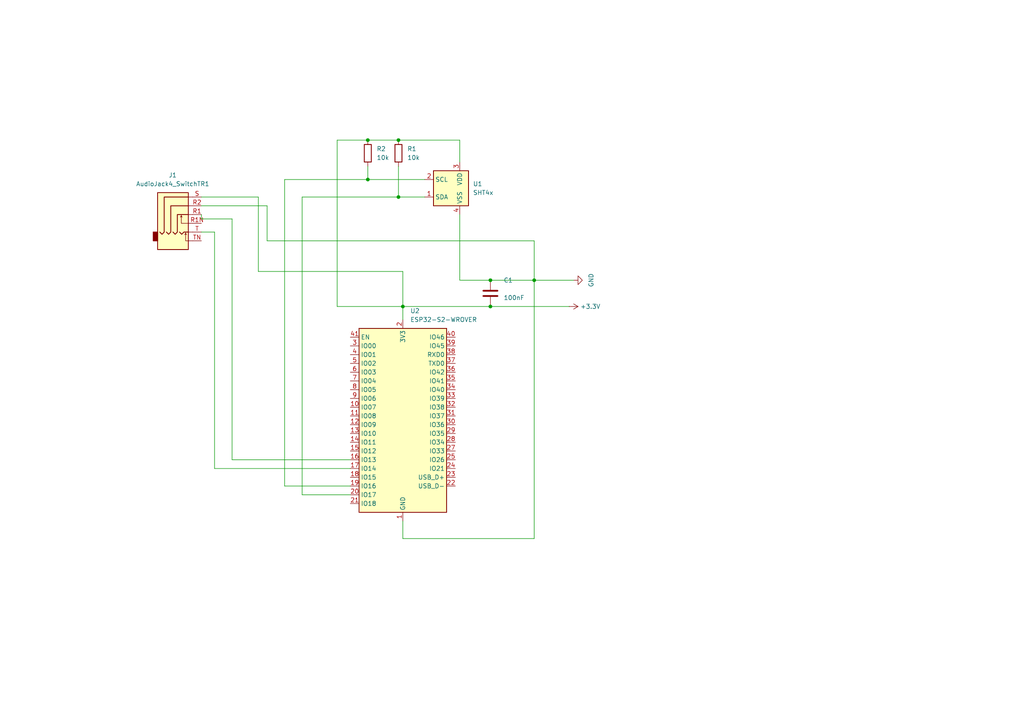
<source format=kicad_sch>
(kicad_sch (version 20250114) (generator "eeschema") (generator_version "9.0")
  (paper "A4")
  (title_block (title "AC Infinity Controller 69 pro SHT45") (date "2026-02-22") (company "Dubtil"))
  (lib_symbols
    (symbol "Connector_Audio:AudioJack4_SwitchTR1"
      (property "Reference" "J" (at 0 11.43 0))
      (property "Value" "AudioJack4_SwitchTR1" (at 0 8.89 0))
      (symbol "AudioJack4_SwitchTR1_0_1"
        (rectangle (start -7.62 -5.08) (end -8.89 -7.62) (stroke (width 0.254)) (fill (type outline)))
        (rectangle (start 1.27 6.35) (end -7.62 -10.16) (stroke (width 0.254)) (fill (type background)))
        (polyline (pts (xy 1.27 2.54) (xy 2.54 2.54)))
        (polyline (pts (xy 1.27 -5.08) (xy 2.54 -5.08)))
        (polyline (pts (xy 2.54 5.08) (xy 1.27 5.08)))
        (polyline (pts (xy 2.54 0) (xy 1.27 0)))
      )
      (symbol "AudioJack4_SwitchTR1_1_1"
        (polyline (pts (xy -3.175 -5.08) (xy -2.54 -5.715) (xy -1.905 -5.08) (xy -1.905 0) (xy 1.27 0)) (stroke (width 0.254)))
        (polyline (pts (xy -1.27 -5.08) (xy -0.635 -5.715) (xy 0 -5.08) (xy 1.27 -5.08)) (stroke (width 0.254)))
        (polyline (pts (xy -0.762 -0.254) (xy -0.508 -0.762)))
        (polyline (pts (xy 0.508 -5.334) (xy 0.762 -5.842)))
        (polyline (pts (xy 1.27 5.08) (xy -5.715 5.08) (xy -5.715 -5.08) (xy -6.35 -5.715) (xy -6.985 -5.08)) (stroke (width 0.254)))
        (polyline (pts (xy 1.27 2.54) (xy -3.81 2.54) (xy -3.81 -5.08) (xy -4.445 -5.715) (xy -5.08 -5.08)) (stroke (width 0.254)))
        (polyline (pts (xy 2.54 -2.54) (xy -0.762 -2.54) (xy -0.762 -0.254) (xy -1.016 -0.762)))
        (polyline (pts (xy 2.54 -7.62) (xy 0.508 -7.62) (xy 0.508 -5.334) (xy 0.254 -5.842)))
        (pin passive line (at 5.08 5.08 180) (length 2.54) (name "~") (number "S"))
        (pin passive line (at 5.08 2.54 180) (length 2.54) (name "~") (number "R2"))
        (pin passive line (at 5.08 0 180) (length 2.54) (name "~") (number "R1"))
        (pin passive line (at 5.08 -2.54 180) (length 2.54) (name "~") (number "R1N"))
        (pin passive line (at 5.08 -5.08 180) (length 2.54) (name "~") (number "T"))
        (pin passive line (at 5.08 -7.62 180) (length 2.54) (name "~") (number "TN"))
      )
    )
    (symbol "Device:C" (pin_numbers (hide yes)) (pin_names (offset 0.254))
      (property "Reference" "C" (at 0.635 2.54 0))
      (property "Value" "C" (at 0.635 -2.54 0))
      (symbol "C_0_1"
        (polyline (pts (xy -2.032 0.762) (xy 2.032 0.762)) (stroke (width 0.508)))
        (polyline (pts (xy -2.032 -0.762) (xy 2.032 -0.762)) (stroke (width 0.508)))
      )
      (symbol "C_1_1"
        (pin passive line (at 0 3.81 270) (length 2.794) (name "~") (number "1"))
        (pin passive line (at 0 -3.81 90) (length 2.794) (name "~") (number "2"))
      )
    )
    (symbol "Device:R" (pin_numbers (hide yes)) (pin_names (offset 0))
      (property "Reference" "R" (at 2.032 0 90))
      (property "Value" "R" (at 0 0 90))
      (symbol "R_0_1"
        (rectangle (start -1.016 -2.54) (end 1.016 2.54) (stroke (width 0.254)))
      )
      (symbol "R_1_1"
        (pin passive line (at 0 3.81 270) (length 1.27) (name "~") (number "1"))
        (pin passive line (at 0 -3.81 90) (length 1.27) (name "~") (number "2"))
      )
    )
    (symbol "RF_Module:ESP32-S2-WROVER"
      (property "Reference" "U" (at -12.7 29.21 0))
      (property "Value" "ESP32-S2-WROVER" (at 2.54 29.21 0))
      (symbol "ESP32-S2-WROVER_0_1"
        (rectangle (start -12.7 27.94) (end 12.7 -25.4) (stroke (width 0.254)) (fill (type background)))
      )
      (symbol "ESP32-S2-WROVER_1_1"
        (pin input line (at -15.24 25.4 0) (length 2.54) (name "EN") (number "41"))
        (pin bidirectional line (at -15.24 22.86 0) (length 2.54) (name "IO00") (number "3"))
        (pin bidirectional line (at -15.24 20.32 0) (length 2.54) (name "IO01") (number "4"))
        (pin bidirectional line (at -15.24 17.78 0) (length 2.54) (name "IO02") (number "5"))
        (pin bidirectional line (at -15.24 15.24 0) (length 2.54) (name "IO03") (number "6"))
        (pin bidirectional line (at -15.24 12.7 0) (length 2.54) (name "IO04") (number "7"))
        (pin bidirectional line (at -15.24 10.16 0) (length 2.54) (name "IO05") (number "8"))
        (pin bidirectional line (at -15.24 7.62 0) (length 2.54) (name "IO06") (number "9"))
        (pin bidirectional line (at -15.24 5.08 0) (length 2.54) (name "IO07") (number "10"))
        (pin bidirectional line (at -15.24 2.54 0) (length 2.54) (name "IO08") (number "11"))
        (pin bidirectional line (at -15.24 0 0) (length 2.54) (name "IO09") (number "12"))
        (pin bidirectional line (at -15.24 -2.54 0) (length 2.54) (name "IO10") (number "13"))
        (pin bidirectional line (at -15.24 -5.08 0) (length 2.54) (name "IO11") (number "14"))
        (pin bidirectional line (at -15.24 -7.62 0) (length 2.54) (name "IO12") (number "15"))
        (pin bidirectional line (at -15.24 -10.16 0) (length 2.54) (name "IO13") (number "16"))
        (pin bidirectional line (at -15.24 -12.7 0) (length 2.54) (name "IO14") (number "17"))
        (pin bidirectional line (at -15.24 -15.24 0) (length 2.54) (name "IO15") (number "18"))
        (pin bidirectional line (at -15.24 -17.78 0) (length 2.54) (name "IO16") (number "19"))
        (pin bidirectional line (at -15.24 -20.32 0) (length 2.54) (name "IO17") (number "20"))
        (pin bidirectional line (at -15.24 -22.86 0) (length 2.54) (name "IO18") (number "21"))
        (pin power_in line (at 0 30.48 270) (length 2.54) (name "3V3") (number "2"))
        (pin power_in line (at 0 -27.94 90) (length 2.54) (name "GND") (number "1"))
        (pin passive line (at 0 -27.94 90) (length 2.54) (hide yes) (name "GND") (number "26"))
        (pin passive line (at 0 -27.94 90) (length 2.54) (hide yes) (name "GND") (number "42"))
        (pin passive line (at 0 -27.94 90) (length 2.54) (hide yes) (name "GND") (number "43"))
        (pin input line (at 15.24 25.4 180) (length 2.54) (name "IO46") (number "40"))
        (pin bidirectional line (at 15.24 22.86 180) (length 2.54) (name "IO45") (number "39"))
        (pin bidirectional line (at 15.24 20.32 180) (length 2.54) (name "RXD0") (number "38"))
        (pin bidirectional line (at 15.24 17.78 180) (length 2.54) (name "TXD0") (number "37"))
        (pin bidirectional line (at 15.24 15.24 180) (length 2.54) (name "IO42") (number "36"))
        (pin bidirectional line (at 15.24 12.7 180) (length 2.54) (name "IO41") (number "35"))
        (pin bidirectional line (at 15.24 10.16 180) (length 2.54) (name "IO40") (number "34"))
        (pin bidirectional line (at 15.24 7.62 180) (length 2.54) (name "IO39") (number "33"))
        (pin bidirectional line (at 15.24 5.08 180) (length 2.54) (name "IO38") (number "32"))
        (pin bidirectional line (at 15.24 2.54 180) (length 2.54) (name "IO37") (number "31"))
        (pin bidirectional line (at 15.24 0 180) (length 2.54) (name "IO36") (number "30"))
        (pin bidirectional line (at 15.24 -2.54 180) (length 2.54) (name "IO35") (number "29"))
        (pin bidirectional line (at 15.24 -5.08 180) (length 2.54) (name "IO34") (number "28"))
        (pin bidirectional line (at 15.24 -7.62 180) (length 2.54) (name "IO33") (number "27"))
        (pin bidirectional line (at 15.24 -10.16 180) (length 2.54) (name "IO26") (number "25"))
        (pin bidirectional line (at 15.24 -12.7 180) (length 2.54) (name "IO21") (number "24"))
        (pin bidirectional line (at 15.24 -15.24 180) (length 2.54) (name "USB_D+") (number "23"))
        (pin bidirectional line (at 15.24 -17.78 180) (length 2.54) (name "USB_D-") (number "22"))
      )
    )
    (symbol "Sensor_Humidity:SHT4x"
      (property "Reference" "U" (at 0 8.89 0))
      (property "Value" "SHT4x" (at 0 6.35 0))
      (symbol "SHT4x_1_1"
        (rectangle (start -5.08 5.08) (end 5.08 -5.08) (stroke (width 0.254)) (fill (type background)))
        (pin input line (at -7.62 2.54 0) (length 2.54) (name "SCL") (number "2"))
        (pin bidirectional line (at -7.62 -2.54 0) (length 2.54) (name "SDA") (number "1"))
        (pin power_in line (at 2.54 7.62 270) (length 2.54) (name "VDD") (number "3"))
        (pin power_in line (at 2.54 -7.62 90) (length 2.54) (name "VSS") (number "4"))
      )
    )
    (symbol "power:+3.3V" (power) (pin_numbers (hide yes)) (pin_names (offset 0) (hide yes))
      (property "Value" "+3.3V" (at 0 3.556 0))
      (symbol "+3.3V_0_1"
        (polyline (pts (xy -0.762 1.27) (xy 0 2.54)))
        (polyline (pts (xy 0 2.54) (xy 0.762 1.27)))
        (polyline (pts (xy 0 0) (xy 0 2.54)))
      )
      (symbol "+3.3V_1_1"
        (pin power_in line (at 0 0 90) (length 0) (name "~") (number "1"))
      )
    )
    (symbol "power:GND" (power) (pin_numbers (hide yes)) (pin_names (offset 0) (hide yes))
      (property "Value" "GND" (at 0 -3.81 0))
      (symbol "GND_0_1"
        (polyline (pts (xy 0 0) (xy 0 -1.27) (xy 1.27 -1.27) (xy 0 -2.54) (xy -1.27 -1.27) (xy 0 -1.27)))
      )
      (symbol "GND_1_1"
        (pin power_in line (at 0 0 270) (length 0) (name "~") (number "1"))
      )
    )
  )
  (junction (at 106.68 40.64))
  (junction (at 142.24 88.9))
  (junction (at 106.68 52.07))
  (junction (at 154.94 81.28))
  (junction (at 115.57 57.15))
  (junction (at 115.57 40.64))
  (junction (at 116.84 88.9))
  (junction (at 142.24 81.28))
  (wire (pts (xy 142.24 88.9) (xy 165.1 88.9)))
  (wire (pts (xy 67.31 133.35) (xy 101.6 133.35)))
  (wire (pts (xy 116.84 92.71) (xy 116.84 88.9)))
  (wire (pts (xy 133.35 81.28) (xy 142.24 81.28)))
  (wire (pts (xy 82.55 52.07) (xy 82.55 140.97)))
  (wire (pts (xy 87.63 143.51) (xy 101.6 143.51)))
  (wire (pts (xy 116.84 151.13) (xy 116.84 156.21)))
  (wire (pts (xy 106.68 52.07) (xy 82.55 52.07)))
  (wire (pts (xy 67.31 63.5) (xy 58.42 63.5)))
  (wire (pts (xy 97.79 88.9) (xy 116.84 88.9)))
  (wire (pts (xy 116.84 156.21) (xy 154.94 156.21)))
  (wire (pts (xy 87.63 57.15) (xy 115.57 57.15)))
  (wire (pts (xy 62.23 67.31) (xy 62.23 135.89)))
  (wire (pts (xy 74.93 57.15) (xy 74.93 78.74)))
  (wire (pts (xy 77.47 69.85) (xy 154.94 69.85)))
  (wire (pts (xy 97.79 40.64) (xy 106.68 40.64)))
  (wire (pts (xy 133.35 62.23) (xy 133.35 81.28)))
  (wire (pts (xy 115.57 40.64) (xy 133.35 40.64)))
  (wire (pts (xy 62.23 135.89) (xy 101.6 135.89)))
  (wire (pts (xy 116.84 78.74) (xy 116.84 88.9)))
  (wire (pts (xy 123.19 57.15) (xy 115.57 57.15)))
  (wire (pts (xy 67.31 63.5) (xy 67.31 133.35)))
  (wire (pts (xy 154.94 156.21) (xy 154.94 81.28)))
  (wire (pts (xy 123.19 52.07) (xy 106.68 52.07)))
  (wire (pts (xy 115.57 48.26) (xy 115.57 57.15)))
  (wire (pts (xy 154.94 69.85) (xy 154.94 81.28)))
  (wire (pts (xy 74.93 78.74) (xy 116.84 78.74)))
  (wire (pts (xy 62.23 67.31) (xy 58.42 67.31)))
  (wire (pts (xy 142.24 81.28) (xy 154.94 81.28)))
  (wire (pts (xy 58.42 63.5) (xy 58.42 62.23)))
  (wire (pts (xy 154.94 81.28) (xy 166.37 81.28)))
  (wire (pts (xy 58.42 57.15) (xy 74.93 57.15)))
  (wire (pts (xy 58.42 59.69) (xy 77.47 59.69)))
  (wire (pts (xy 133.35 46.99) (xy 133.35 40.64)))
  (wire (pts (xy 106.68 40.64) (xy 115.57 40.64)))
  (wire (pts (xy 77.47 59.69) (xy 77.47 69.85)))
  (wire (pts (xy 82.55 140.97) (xy 101.6 140.97)))
  (wire (pts (xy 106.68 48.26) (xy 106.68 52.07)))
  (wire (pts (xy 87.63 57.15) (xy 87.63 143.51)))
  (wire (pts (xy 116.84 88.9) (xy 142.24 88.9)))
  (wire (pts (xy 97.79 40.64) (xy 97.79 88.9)))
  (symbol (lib_id "RF_Module:ESP32-S2-WROVER") (at 116.84 123.19 0) (unit 1)
    (property "Reference" "U2" (at 118.9833 90.17 0) (effects (justify left)))
    (property "Value" "ESP32-S2-WROVER" (at 118.9833 92.71 0) (effects (justify left)))
    (property "Footprint" "RF_Module:ESP32-S2-WROVER" (effects (hide yes)))
    (property "Datasheet" "https://www.espressif.com/sites/default/files/documentation/esp32-s2-wroom_esp32-s2-wroom-i_datasheet_en.pdf" (effects (hide yes)))
    (property "Description" "RF Module, ESP32-D0WDQ6 SoC, Wi-Fi 802.11b/g/n, 32-bit, 2.7-3.6V, onboard antenna, SMD" (effects (hide yes)))
  )
  (symbol (lib_id "Device:R") (at 115.57 44.45 0) (unit 1)
    (property "Reference" "R1" (at 118.11 43.1799 0) (effects (justify left)))
    (property "Value" "10k" (at 118.11 45.7199 0) (effects (justify left)))
    (property "Description" "Resistor" (effects (hide yes)))
  )
  (symbol (lib_id "Device:R") (at 106.68 44.45 0) (unit 1)
    (property "Reference" "R2" (at 109.22 43.1799 0) (effects (justify left)))
    (property "Value" "10k" (at 109.22 45.7199 0) (effects (justify left)))
    (property "Description" "Resistor" (effects (hide yes)))
  )
  (symbol (lib_id "Sensor_Humidity:SHT4x") (at 130.81 54.61 0) (unit 1)
    (property "Reference" "U1" (at 137.16 53.3399 0) (effects (justify left)))
    (property "Value" "SHT4x" (at 137.16 55.8799 0) (effects (justify left)))
    (property "Footprint" "Sensor_Humidity:Sensirion_DFN-4_1.5x1.5mm_P0.8mm_SHT4x_NoCentralPad" (effects (hide yes)))
    (property "Datasheet" "https://sensirion.com/media/documents/33FD6951/624C4357/Datasheet_SHT4x.pdf" (effects (hide yes)))
    (property "Description" "Digital Humidity and Temperature Sensor, ±1%RH, ±0.1°C, I2C, 1.08-3.6V, 16bit, DFN-4" (effects (hide yes)))
  )
  (symbol (lib_id "power:GND") (at 166.37 81.28 90) (unit 1)
    (property "Reference" "#PWR02" (effects (hide yes)))
    (property "Value" "GND" (at 171.45 81.28 0))
    (property "Description" "Power symbol creates a global label with name \"GND\" , ground" (effects (hide yes)))
  )
  (symbol (lib_id "power:+3.3V") (at 165.1 88.9 270) (unit 1)
    (property "Reference" "#PWR01" (effects (hide yes)))
    (property "Value" "+3.3V" (at 168.275 88.8999 90) (effects (justify left)))
    (property "Description" "Power symbol creates a global label with name \"+3.3V\"" (effects (hide yes)))
  )
  (symbol (lib_id "Device:C") (at 142.24 85.09 0) (unit 1)
    (property "Reference" "C1" (at 146.05 81.2799 0) (effects (justify left)))
    (property "Value" "100nF" (at 146.05 86.3599 0) (effects (justify left)))
    (property "Description" "Unpolarized capacitor" (effects (hide yes)))
  )
  (symbol (lib_id "Connector_Audio:AudioJack4_SwitchTR1") (at 53.34 62.23 0) (unit 1)
    (property "Reference" "J1" (at 50.1015 50.8 0))
    (property "Value" "AudioJack4_SwitchTR1" (at 50.1015 53.34 0))
    (property "Description" "Audio Jack, 4 Poles (Stereo / TRRS), Switched TR1 Poles (Normalling)" (effects (hide yes)))
  )
)
</source>
